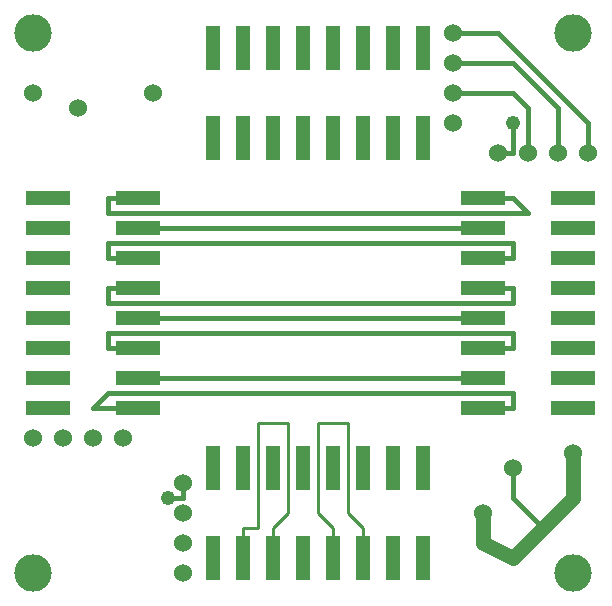
<source format=gbr>
G04 DesignSpark PCB Gerber Version 9.0 Build 5138 *
G04 #@! TF.Part,Single*
G04 #@! TF.FileFunction,Copper,L2,Bot *
G04 #@! TF.FilePolarity,Positive *
%FSLAX35Y35*%
%MOIN*%
G04 #@! TA.AperFunction,ComponentPad*
%ADD84R,0.05000X0.15000*%
G04 #@! TD.AperFunction*
%ADD12C,0.01000*%
%ADD76C,0.01500*%
G04 #@! TA.AperFunction,ViaPad*
%ADD81C,0.04800*%
G04 #@! TD.AperFunction*
%ADD82C,0.05000*%
G04 #@! TA.AperFunction,WasherPad*
%ADD83C,0.06000*%
G04 #@! TA.AperFunction,ComponentPad*
%ADD85R,0.15000X0.05000*%
G04 #@! TA.AperFunction,WasherPad*
%ADD77C,0.12500*%
X0Y0D02*
D02*
D12*
X90250Y15250D02*
Y25250D01*
X95250Y30250*
Y60250*
X85250*
Y25250*
X80250*
Y15250*
X120250D02*
Y25250D01*
X115250Y30250*
Y60250*
X105250*
Y30250*
X110250Y25250*
Y15250*
D02*
D76*
X45250Y65250D02*
X30250D01*
X35250Y70250*
X170250*
Y65250*
X160250*
X45250Y75250D02*
X160250D01*
X45250Y85250D02*
X35250D01*
Y90250*
X170250*
Y85250*
X160250*
X45250Y95250D02*
X160250D01*
X45250Y105250D02*
X35250D01*
Y100250*
X170250*
Y105250*
X160250*
X45250Y125250D02*
X160250D01*
X55250Y35250D02*
X60250D01*
Y40250*
X150250Y170250D02*
X170250D01*
X175250Y165250*
Y150250*
X150250Y180250D02*
X170250D01*
X185250Y165250*
Y150250*
X150250Y190250D02*
X165250D01*
X195250Y160250*
Y150250*
X160250Y115250D02*
X170250D01*
Y120250*
X35250*
Y115250*
X45250*
X160250Y135250D02*
X170250D01*
X175250Y130250*
X35250*
Y135250*
X45250*
X165250Y150250D02*
X170250D01*
Y160250*
Y45250D02*
Y35250D01*
X180250Y25250*
D02*
D77*
X10250Y10250D03*
Y190250D03*
X190250Y10250D03*
Y190250D03*
D02*
D81*
X55250Y35250D03*
X170250Y160250D03*
D02*
D82*
X160250Y30250D02*
Y20250D01*
X170250Y15250*
X180250Y25250*
X190250Y35250*
Y50250*
D02*
D83*
X10250Y55250D03*
Y170250D03*
X20250Y55250D03*
X25250Y165250D03*
X30250Y55250D03*
X40250D03*
X50250Y170250D03*
X60250Y10250D03*
Y20250D03*
Y30250D03*
Y40250D03*
X150250Y160250D03*
Y170250D03*
Y180250D03*
Y190250D03*
X160250Y30250D03*
X165250Y150250D03*
X170250Y45250D03*
X175250Y150250D03*
X185250D03*
X190250Y50250D03*
X195250Y150250D03*
D02*
D84*
X70250Y15250D03*
Y45250D03*
Y155250D03*
Y185250D03*
X80250Y15250D03*
Y45250D03*
Y155250D03*
Y185250D03*
X90250Y15250D03*
Y45250D03*
Y155250D03*
Y185250D03*
X100250Y15250D03*
Y45250D03*
Y155250D03*
Y185250D03*
X110250Y15250D03*
Y45250D03*
Y155250D03*
Y185250D03*
X120250Y15250D03*
Y45250D03*
Y155250D03*
Y185250D03*
X130250Y15250D03*
Y45250D03*
Y155250D03*
Y185250D03*
X140250Y15250D03*
Y45250D03*
Y155250D03*
Y185250D03*
D02*
D85*
X15250Y65250D03*
Y75250D03*
Y85250D03*
Y95250D03*
Y105250D03*
Y115250D03*
Y125250D03*
Y135250D03*
X45250Y65250D03*
Y75250D03*
Y85250D03*
Y95250D03*
Y105250D03*
Y115250D03*
Y125250D03*
Y135250D03*
X160250Y65250D03*
Y75250D03*
Y85250D03*
Y95250D03*
Y105250D03*
Y115250D03*
Y125250D03*
Y135250D03*
X190250Y65250D03*
Y75250D03*
Y85250D03*
Y95250D03*
Y105250D03*
Y115250D03*
Y125250D03*
Y135250D03*
X0Y0D02*
M02*

</source>
